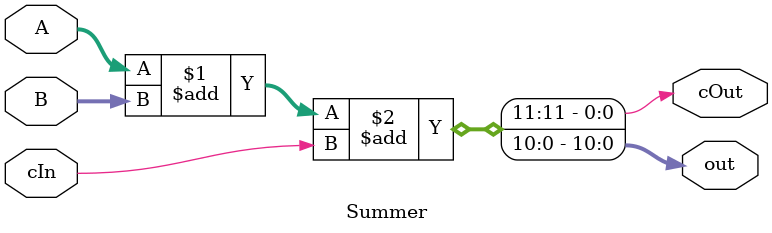
<source format=v>
module Summer(input[10:0] A, input[10:0] B , input cIn , output[10:0] out , output cOut);
	assign {cOut,out} = A+B+cIn;
endmodule
</source>
